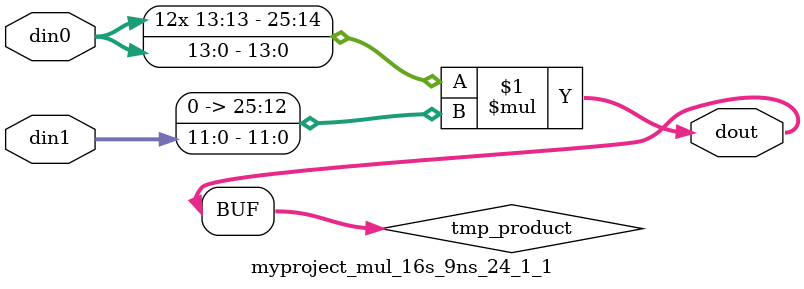
<source format=v>

`timescale 1 ns / 1 ps

  module myproject_mul_16s_9ns_24_1_1(din0, din1, dout);
parameter ID = 1;
parameter NUM_STAGE = 0;
parameter din0_WIDTH = 14;
parameter din1_WIDTH = 12;
parameter dout_WIDTH = 26;

input [din0_WIDTH - 1 : 0] din0; 
input [din1_WIDTH - 1 : 0] din1; 
output [dout_WIDTH - 1 : 0] dout;

wire signed [dout_WIDTH - 1 : 0] tmp_product;












assign tmp_product = $signed(din0) * $signed({1'b0, din1});









assign dout = tmp_product;







endmodule

</source>
